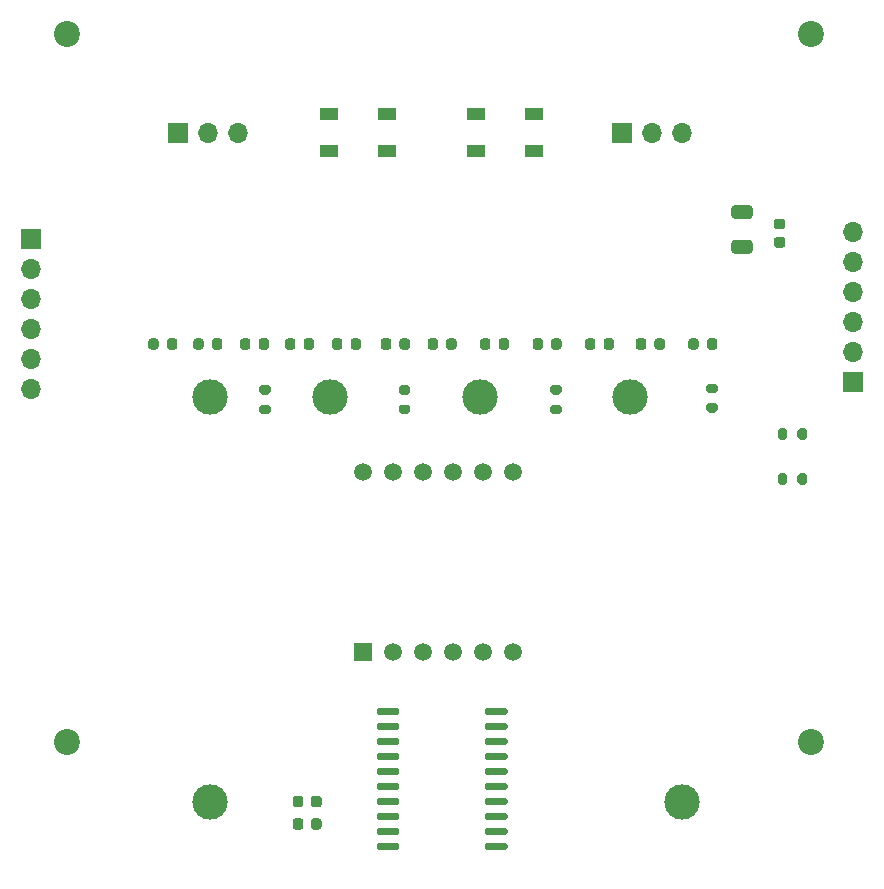
<source format=gbr>
%TF.GenerationSoftware,KiCad,Pcbnew,(5.1.7)-1*%
%TF.CreationDate,2021-04-06T19:20:52+02:00*%
%TF.ProjectId,central-panel,63656e74-7261-46c2-9d70-616e656c2e6b,rev?*%
%TF.SameCoordinates,Original*%
%TF.FileFunction,Soldermask,Top*%
%TF.FilePolarity,Negative*%
%FSLAX46Y46*%
G04 Gerber Fmt 4.6, Leading zero omitted, Abs format (unit mm)*
G04 Created by KiCad (PCBNEW (5.1.7)-1) date 2021-04-06 19:20:52*
%MOMM*%
%LPD*%
G01*
G04 APERTURE LIST*
%ADD10C,3.000000*%
%ADD11O,1.700000X1.700000*%
%ADD12R,1.700000X1.700000*%
%ADD13R,1.500000X1.000000*%
%ADD14C,2.200000*%
%ADD15C,1.500000*%
%ADD16R,1.500000X1.500000*%
G04 APERTURE END LIST*
%TO.C,C3*%
G36*
G01*
X123324999Y-91549000D02*
X124625001Y-91549000D01*
G75*
G02*
X124875000Y-91798999I0J-249999D01*
G01*
X124875000Y-92449001D01*
G75*
G02*
X124625001Y-92699000I-249999J0D01*
G01*
X123324999Y-92699000D01*
G75*
G02*
X123075000Y-92449001I0J249999D01*
G01*
X123075000Y-91798999D01*
G75*
G02*
X123324999Y-91549000I249999J0D01*
G01*
G37*
G36*
G01*
X123324999Y-88599000D02*
X124625001Y-88599000D01*
G75*
G02*
X124875000Y-88848999I0J-249999D01*
G01*
X124875000Y-89499001D01*
G75*
G02*
X124625001Y-89749000I-249999J0D01*
G01*
X123324999Y-89749000D01*
G75*
G02*
X123075000Y-89499001I0J249999D01*
G01*
X123075000Y-88848999D01*
G75*
G02*
X123324999Y-88599000I249999J0D01*
G01*
G37*
%TD*%
D10*
%TO.C,TP6*%
X118895000Y-139085000D03*
%TD*%
%TO.C,U2*%
G36*
G01*
X94925000Y-142745000D02*
X94925000Y-143045000D01*
G75*
G02*
X94775000Y-143195000I-150000J0D01*
G01*
X93175000Y-143195000D01*
G75*
G02*
X93025000Y-143045000I0J150000D01*
G01*
X93025000Y-142745000D01*
G75*
G02*
X93175000Y-142595000I150000J0D01*
G01*
X94775000Y-142595000D01*
G75*
G02*
X94925000Y-142745000I0J-150000D01*
G01*
G37*
G36*
G01*
X94925000Y-141475000D02*
X94925000Y-141775000D01*
G75*
G02*
X94775000Y-141925000I-150000J0D01*
G01*
X93175000Y-141925000D01*
G75*
G02*
X93025000Y-141775000I0J150000D01*
G01*
X93025000Y-141475000D01*
G75*
G02*
X93175000Y-141325000I150000J0D01*
G01*
X94775000Y-141325000D01*
G75*
G02*
X94925000Y-141475000I0J-150000D01*
G01*
G37*
G36*
G01*
X94925000Y-140205000D02*
X94925000Y-140505000D01*
G75*
G02*
X94775000Y-140655000I-150000J0D01*
G01*
X93175000Y-140655000D01*
G75*
G02*
X93025000Y-140505000I0J150000D01*
G01*
X93025000Y-140205000D01*
G75*
G02*
X93175000Y-140055000I150000J0D01*
G01*
X94775000Y-140055000D01*
G75*
G02*
X94925000Y-140205000I0J-150000D01*
G01*
G37*
G36*
G01*
X94925000Y-138935000D02*
X94925000Y-139235000D01*
G75*
G02*
X94775000Y-139385000I-150000J0D01*
G01*
X93175000Y-139385000D01*
G75*
G02*
X93025000Y-139235000I0J150000D01*
G01*
X93025000Y-138935000D01*
G75*
G02*
X93175000Y-138785000I150000J0D01*
G01*
X94775000Y-138785000D01*
G75*
G02*
X94925000Y-138935000I0J-150000D01*
G01*
G37*
G36*
G01*
X94925000Y-137665000D02*
X94925000Y-137965000D01*
G75*
G02*
X94775000Y-138115000I-150000J0D01*
G01*
X93175000Y-138115000D01*
G75*
G02*
X93025000Y-137965000I0J150000D01*
G01*
X93025000Y-137665000D01*
G75*
G02*
X93175000Y-137515000I150000J0D01*
G01*
X94775000Y-137515000D01*
G75*
G02*
X94925000Y-137665000I0J-150000D01*
G01*
G37*
G36*
G01*
X94925000Y-136395000D02*
X94925000Y-136695000D01*
G75*
G02*
X94775000Y-136845000I-150000J0D01*
G01*
X93175000Y-136845000D01*
G75*
G02*
X93025000Y-136695000I0J150000D01*
G01*
X93025000Y-136395000D01*
G75*
G02*
X93175000Y-136245000I150000J0D01*
G01*
X94775000Y-136245000D01*
G75*
G02*
X94925000Y-136395000I0J-150000D01*
G01*
G37*
G36*
G01*
X94925000Y-135125000D02*
X94925000Y-135425000D01*
G75*
G02*
X94775000Y-135575000I-150000J0D01*
G01*
X93175000Y-135575000D01*
G75*
G02*
X93025000Y-135425000I0J150000D01*
G01*
X93025000Y-135125000D01*
G75*
G02*
X93175000Y-134975000I150000J0D01*
G01*
X94775000Y-134975000D01*
G75*
G02*
X94925000Y-135125000I0J-150000D01*
G01*
G37*
G36*
G01*
X94925000Y-133855000D02*
X94925000Y-134155000D01*
G75*
G02*
X94775000Y-134305000I-150000J0D01*
G01*
X93175000Y-134305000D01*
G75*
G02*
X93025000Y-134155000I0J150000D01*
G01*
X93025000Y-133855000D01*
G75*
G02*
X93175000Y-133705000I150000J0D01*
G01*
X94775000Y-133705000D01*
G75*
G02*
X94925000Y-133855000I0J-150000D01*
G01*
G37*
G36*
G01*
X94925000Y-132585000D02*
X94925000Y-132885000D01*
G75*
G02*
X94775000Y-133035000I-150000J0D01*
G01*
X93175000Y-133035000D01*
G75*
G02*
X93025000Y-132885000I0J150000D01*
G01*
X93025000Y-132585000D01*
G75*
G02*
X93175000Y-132435000I150000J0D01*
G01*
X94775000Y-132435000D01*
G75*
G02*
X94925000Y-132585000I0J-150000D01*
G01*
G37*
G36*
G01*
X94925000Y-131315000D02*
X94925000Y-131615000D01*
G75*
G02*
X94775000Y-131765000I-150000J0D01*
G01*
X93175000Y-131765000D01*
G75*
G02*
X93025000Y-131615000I0J150000D01*
G01*
X93025000Y-131315000D01*
G75*
G02*
X93175000Y-131165000I150000J0D01*
G01*
X94775000Y-131165000D01*
G75*
G02*
X94925000Y-131315000I0J-150000D01*
G01*
G37*
G36*
G01*
X104125000Y-131315000D02*
X104125000Y-131615000D01*
G75*
G02*
X103975000Y-131765000I-150000J0D01*
G01*
X102375000Y-131765000D01*
G75*
G02*
X102225000Y-131615000I0J150000D01*
G01*
X102225000Y-131315000D01*
G75*
G02*
X102375000Y-131165000I150000J0D01*
G01*
X103975000Y-131165000D01*
G75*
G02*
X104125000Y-131315000I0J-150000D01*
G01*
G37*
G36*
G01*
X104125000Y-132585000D02*
X104125000Y-132885000D01*
G75*
G02*
X103975000Y-133035000I-150000J0D01*
G01*
X102375000Y-133035000D01*
G75*
G02*
X102225000Y-132885000I0J150000D01*
G01*
X102225000Y-132585000D01*
G75*
G02*
X102375000Y-132435000I150000J0D01*
G01*
X103975000Y-132435000D01*
G75*
G02*
X104125000Y-132585000I0J-150000D01*
G01*
G37*
G36*
G01*
X104125000Y-133855000D02*
X104125000Y-134155000D01*
G75*
G02*
X103975000Y-134305000I-150000J0D01*
G01*
X102375000Y-134305000D01*
G75*
G02*
X102225000Y-134155000I0J150000D01*
G01*
X102225000Y-133855000D01*
G75*
G02*
X102375000Y-133705000I150000J0D01*
G01*
X103975000Y-133705000D01*
G75*
G02*
X104125000Y-133855000I0J-150000D01*
G01*
G37*
G36*
G01*
X104125000Y-135125000D02*
X104125000Y-135425000D01*
G75*
G02*
X103975000Y-135575000I-150000J0D01*
G01*
X102375000Y-135575000D01*
G75*
G02*
X102225000Y-135425000I0J150000D01*
G01*
X102225000Y-135125000D01*
G75*
G02*
X102375000Y-134975000I150000J0D01*
G01*
X103975000Y-134975000D01*
G75*
G02*
X104125000Y-135125000I0J-150000D01*
G01*
G37*
G36*
G01*
X104125000Y-136395000D02*
X104125000Y-136695000D01*
G75*
G02*
X103975000Y-136845000I-150000J0D01*
G01*
X102375000Y-136845000D01*
G75*
G02*
X102225000Y-136695000I0J150000D01*
G01*
X102225000Y-136395000D01*
G75*
G02*
X102375000Y-136245000I150000J0D01*
G01*
X103975000Y-136245000D01*
G75*
G02*
X104125000Y-136395000I0J-150000D01*
G01*
G37*
G36*
G01*
X104125000Y-137665000D02*
X104125000Y-137965000D01*
G75*
G02*
X103975000Y-138115000I-150000J0D01*
G01*
X102375000Y-138115000D01*
G75*
G02*
X102225000Y-137965000I0J150000D01*
G01*
X102225000Y-137665000D01*
G75*
G02*
X102375000Y-137515000I150000J0D01*
G01*
X103975000Y-137515000D01*
G75*
G02*
X104125000Y-137665000I0J-150000D01*
G01*
G37*
G36*
G01*
X104125000Y-138935000D02*
X104125000Y-139235000D01*
G75*
G02*
X103975000Y-139385000I-150000J0D01*
G01*
X102375000Y-139385000D01*
G75*
G02*
X102225000Y-139235000I0J150000D01*
G01*
X102225000Y-138935000D01*
G75*
G02*
X102375000Y-138785000I150000J0D01*
G01*
X103975000Y-138785000D01*
G75*
G02*
X104125000Y-138935000I0J-150000D01*
G01*
G37*
G36*
G01*
X104125000Y-140205000D02*
X104125000Y-140505000D01*
G75*
G02*
X103975000Y-140655000I-150000J0D01*
G01*
X102375000Y-140655000D01*
G75*
G02*
X102225000Y-140505000I0J150000D01*
G01*
X102225000Y-140205000D01*
G75*
G02*
X102375000Y-140055000I150000J0D01*
G01*
X103975000Y-140055000D01*
G75*
G02*
X104125000Y-140205000I0J-150000D01*
G01*
G37*
G36*
G01*
X104125000Y-141475000D02*
X104125000Y-141775000D01*
G75*
G02*
X103975000Y-141925000I-150000J0D01*
G01*
X102375000Y-141925000D01*
G75*
G02*
X102225000Y-141775000I0J150000D01*
G01*
X102225000Y-141475000D01*
G75*
G02*
X102375000Y-141325000I150000J0D01*
G01*
X103975000Y-141325000D01*
G75*
G02*
X104125000Y-141475000I0J-150000D01*
G01*
G37*
G36*
G01*
X104125000Y-142745000D02*
X104125000Y-143045000D01*
G75*
G02*
X103975000Y-143195000I-150000J0D01*
G01*
X102375000Y-143195000D01*
G75*
G02*
X102225000Y-143045000I0J150000D01*
G01*
X102225000Y-142745000D01*
G75*
G02*
X102375000Y-142595000I150000J0D01*
G01*
X103975000Y-142595000D01*
G75*
G02*
X104125000Y-142745000I0J-150000D01*
G01*
G37*
%TD*%
%TO.C,R6*%
G36*
G01*
X128655000Y-112055000D02*
X128655000Y-111505000D01*
G75*
G02*
X128855000Y-111305000I200000J0D01*
G01*
X129255000Y-111305000D01*
G75*
G02*
X129455000Y-111505000I0J-200000D01*
G01*
X129455000Y-112055000D01*
G75*
G02*
X129255000Y-112255000I-200000J0D01*
G01*
X128855000Y-112255000D01*
G75*
G02*
X128655000Y-112055000I0J200000D01*
G01*
G37*
G36*
G01*
X127005000Y-112055000D02*
X127005000Y-111505000D01*
G75*
G02*
X127205000Y-111305000I200000J0D01*
G01*
X127605000Y-111305000D01*
G75*
G02*
X127805000Y-111505000I0J-200000D01*
G01*
X127805000Y-112055000D01*
G75*
G02*
X127605000Y-112255000I-200000J0D01*
G01*
X127205000Y-112255000D01*
G75*
G02*
X127005000Y-112055000I0J200000D01*
G01*
G37*
%TD*%
%TO.C,R5*%
G36*
G01*
X128655000Y-108245000D02*
X128655000Y-107695000D01*
G75*
G02*
X128855000Y-107495000I200000J0D01*
G01*
X129255000Y-107495000D01*
G75*
G02*
X129455000Y-107695000I0J-200000D01*
G01*
X129455000Y-108245000D01*
G75*
G02*
X129255000Y-108445000I-200000J0D01*
G01*
X128855000Y-108445000D01*
G75*
G02*
X128655000Y-108245000I0J200000D01*
G01*
G37*
G36*
G01*
X127005000Y-108245000D02*
X127005000Y-107695000D01*
G75*
G02*
X127205000Y-107495000I200000J0D01*
G01*
X127605000Y-107495000D01*
G75*
G02*
X127805000Y-107695000I0J-200000D01*
G01*
X127805000Y-108245000D01*
G75*
G02*
X127605000Y-108445000I-200000J0D01*
G01*
X127205000Y-108445000D01*
G75*
G02*
X127005000Y-108245000I0J200000D01*
G01*
G37*
%TD*%
D11*
%TO.C,J4*%
X133373000Y-90825000D03*
X133373000Y-93365000D03*
X133373000Y-95905000D03*
X133373000Y-98445000D03*
X133373000Y-100985000D03*
D12*
X133373000Y-103525000D03*
%TD*%
%TO.C,C4*%
G36*
G01*
X126900000Y-91290000D02*
X127400000Y-91290000D01*
G75*
G02*
X127625000Y-91515000I0J-225000D01*
G01*
X127625000Y-91965000D01*
G75*
G02*
X127400000Y-92190000I-225000J0D01*
G01*
X126900000Y-92190000D01*
G75*
G02*
X126675000Y-91965000I0J225000D01*
G01*
X126675000Y-91515000D01*
G75*
G02*
X126900000Y-91290000I225000J0D01*
G01*
G37*
G36*
G01*
X126900000Y-89740000D02*
X127400000Y-89740000D01*
G75*
G02*
X127625000Y-89965000I0J-225000D01*
G01*
X127625000Y-90415000D01*
G75*
G02*
X127400000Y-90640000I-225000J0D01*
G01*
X126900000Y-90640000D01*
G75*
G02*
X126675000Y-90415000I0J225000D01*
G01*
X126675000Y-89965000D01*
G75*
G02*
X126900000Y-89740000I225000J0D01*
G01*
G37*
%TD*%
%TO.C,C2*%
G36*
G01*
X86820000Y-138835000D02*
X86820000Y-139335000D01*
G75*
G02*
X86595000Y-139560000I-225000J0D01*
G01*
X86145000Y-139560000D01*
G75*
G02*
X85920000Y-139335000I0J225000D01*
G01*
X85920000Y-138835000D01*
G75*
G02*
X86145000Y-138610000I225000J0D01*
G01*
X86595000Y-138610000D01*
G75*
G02*
X86820000Y-138835000I0J-225000D01*
G01*
G37*
G36*
G01*
X88370000Y-138835000D02*
X88370000Y-139335000D01*
G75*
G02*
X88145000Y-139560000I-225000J0D01*
G01*
X87695000Y-139560000D01*
G75*
G02*
X87470000Y-139335000I0J225000D01*
G01*
X87470000Y-138835000D01*
G75*
G02*
X87695000Y-138610000I225000J0D01*
G01*
X88145000Y-138610000D01*
G75*
G02*
X88370000Y-138835000I0J-225000D01*
G01*
G37*
%TD*%
%TO.C,C1*%
G36*
G01*
X86820000Y-140740000D02*
X86820000Y-141240000D01*
G75*
G02*
X86595000Y-141465000I-225000J0D01*
G01*
X86145000Y-141465000D01*
G75*
G02*
X85920000Y-141240000I0J225000D01*
G01*
X85920000Y-140740000D01*
G75*
G02*
X86145000Y-140515000I225000J0D01*
G01*
X86595000Y-140515000D01*
G75*
G02*
X86820000Y-140740000I0J-225000D01*
G01*
G37*
G36*
G01*
X88370000Y-140740000D02*
X88370000Y-141240000D01*
G75*
G02*
X88145000Y-141465000I-225000J0D01*
G01*
X87695000Y-141465000D01*
G75*
G02*
X87470000Y-141240000I0J225000D01*
G01*
X87470000Y-140740000D01*
G75*
G02*
X87695000Y-140515000I225000J0D01*
G01*
X88145000Y-140515000D01*
G75*
G02*
X88370000Y-140740000I0J-225000D01*
G01*
G37*
%TD*%
D10*
%TO.C,TP5*%
X78890000Y-139085000D03*
%TD*%
%TO.C,TP4*%
X114450000Y-104795000D03*
%TD*%
%TO.C,TP3*%
X101750000Y-104795000D03*
%TD*%
%TO.C,TP2*%
X89050000Y-104795000D03*
%TD*%
%TO.C,TP1*%
X78890000Y-104795000D03*
%TD*%
D11*
%TO.C,J1*%
X63777000Y-104160000D03*
X63777000Y-101620000D03*
X63777000Y-99080000D03*
X63777000Y-96540000D03*
X63777000Y-94000000D03*
D12*
X63777000Y-91460000D03*
%TD*%
D13*
%TO.C,D14*%
X101459000Y-80843000D03*
X101459000Y-84043000D03*
X106359000Y-80843000D03*
X106359000Y-84043000D03*
%TD*%
%TO.C,D13*%
X89013000Y-80843000D03*
X89013000Y-84043000D03*
X93913000Y-80843000D03*
X93913000Y-84043000D03*
%TD*%
D14*
%TO.C,H4*%
X66825000Y-134005000D03*
%TD*%
%TO.C,H3*%
X129817000Y-74061000D03*
%TD*%
%TO.C,H2*%
X129817000Y-134005000D03*
%TD*%
%TO.C,H1*%
X66825000Y-74061000D03*
%TD*%
D15*
%TO.C,U1*%
X91844000Y-111145000D03*
X94384000Y-111145000D03*
X96924000Y-111145000D03*
X99464000Y-111145000D03*
X102004000Y-111145000D03*
X104544000Y-111145000D03*
X104544000Y-126385000D03*
X102004000Y-126385000D03*
X99464000Y-126385000D03*
X96924000Y-126385000D03*
X94384000Y-126385000D03*
D16*
X91844000Y-126385000D03*
%TD*%
D12*
%TO.C,SW2*%
X113815000Y-82443000D03*
D11*
X116355000Y-82443000D03*
X118895000Y-82443000D03*
%TD*%
D12*
%TO.C,SW1*%
X76223000Y-82443000D03*
D11*
X78763000Y-82443000D03*
X81303000Y-82443000D03*
%TD*%
%TO.C,R4*%
G36*
G01*
X83314000Y-105474000D02*
X83864000Y-105474000D01*
G75*
G02*
X84064000Y-105674000I0J-200000D01*
G01*
X84064000Y-106074000D01*
G75*
G02*
X83864000Y-106274000I-200000J0D01*
G01*
X83314000Y-106274000D01*
G75*
G02*
X83114000Y-106074000I0J200000D01*
G01*
X83114000Y-105674000D01*
G75*
G02*
X83314000Y-105474000I200000J0D01*
G01*
G37*
G36*
G01*
X83314000Y-103824000D02*
X83864000Y-103824000D01*
G75*
G02*
X84064000Y-104024000I0J-200000D01*
G01*
X84064000Y-104424000D01*
G75*
G02*
X83864000Y-104624000I-200000J0D01*
G01*
X83314000Y-104624000D01*
G75*
G02*
X83114000Y-104424000I0J200000D01*
G01*
X83114000Y-104024000D01*
G75*
G02*
X83314000Y-103824000I200000J0D01*
G01*
G37*
%TD*%
%TO.C,R3*%
G36*
G01*
X121160000Y-105347000D02*
X121710000Y-105347000D01*
G75*
G02*
X121910000Y-105547000I0J-200000D01*
G01*
X121910000Y-105947000D01*
G75*
G02*
X121710000Y-106147000I-200000J0D01*
G01*
X121160000Y-106147000D01*
G75*
G02*
X120960000Y-105947000I0J200000D01*
G01*
X120960000Y-105547000D01*
G75*
G02*
X121160000Y-105347000I200000J0D01*
G01*
G37*
G36*
G01*
X121160000Y-103697000D02*
X121710000Y-103697000D01*
G75*
G02*
X121910000Y-103897000I0J-200000D01*
G01*
X121910000Y-104297000D01*
G75*
G02*
X121710000Y-104497000I-200000J0D01*
G01*
X121160000Y-104497000D01*
G75*
G02*
X120960000Y-104297000I0J200000D01*
G01*
X120960000Y-103897000D01*
G75*
G02*
X121160000Y-103697000I200000J0D01*
G01*
G37*
%TD*%
%TO.C,R2*%
G36*
G01*
X107952000Y-105474000D02*
X108502000Y-105474000D01*
G75*
G02*
X108702000Y-105674000I0J-200000D01*
G01*
X108702000Y-106074000D01*
G75*
G02*
X108502000Y-106274000I-200000J0D01*
G01*
X107952000Y-106274000D01*
G75*
G02*
X107752000Y-106074000I0J200000D01*
G01*
X107752000Y-105674000D01*
G75*
G02*
X107952000Y-105474000I200000J0D01*
G01*
G37*
G36*
G01*
X107952000Y-103824000D02*
X108502000Y-103824000D01*
G75*
G02*
X108702000Y-104024000I0J-200000D01*
G01*
X108702000Y-104424000D01*
G75*
G02*
X108502000Y-104624000I-200000J0D01*
G01*
X107952000Y-104624000D01*
G75*
G02*
X107752000Y-104424000I0J200000D01*
G01*
X107752000Y-104024000D01*
G75*
G02*
X107952000Y-103824000I200000J0D01*
G01*
G37*
%TD*%
%TO.C,R1*%
G36*
G01*
X95125000Y-105474000D02*
X95675000Y-105474000D01*
G75*
G02*
X95875000Y-105674000I0J-200000D01*
G01*
X95875000Y-106074000D01*
G75*
G02*
X95675000Y-106274000I-200000J0D01*
G01*
X95125000Y-106274000D01*
G75*
G02*
X94925000Y-106074000I0J200000D01*
G01*
X94925000Y-105674000D01*
G75*
G02*
X95125000Y-105474000I200000J0D01*
G01*
G37*
G36*
G01*
X95125000Y-103824000D02*
X95675000Y-103824000D01*
G75*
G02*
X95875000Y-104024000I0J-200000D01*
G01*
X95875000Y-104424000D01*
G75*
G02*
X95675000Y-104624000I-200000J0D01*
G01*
X95125000Y-104624000D01*
G75*
G02*
X94925000Y-104424000I0J200000D01*
G01*
X94925000Y-104024000D01*
G75*
G02*
X95125000Y-103824000I200000J0D01*
G01*
G37*
%TD*%
%TO.C,D12*%
G36*
G01*
X120997500Y-100606250D02*
X120997500Y-100093750D01*
G75*
G02*
X121216250Y-99875000I218750J0D01*
G01*
X121653750Y-99875000D01*
G75*
G02*
X121872500Y-100093750I0J-218750D01*
G01*
X121872500Y-100606250D01*
G75*
G02*
X121653750Y-100825000I-218750J0D01*
G01*
X121216250Y-100825000D01*
G75*
G02*
X120997500Y-100606250I0J218750D01*
G01*
G37*
G36*
G01*
X119422500Y-100606250D02*
X119422500Y-100093750D01*
G75*
G02*
X119641250Y-99875000I218750J0D01*
G01*
X120078750Y-99875000D01*
G75*
G02*
X120297500Y-100093750I0J-218750D01*
G01*
X120297500Y-100606250D01*
G75*
G02*
X120078750Y-100825000I-218750J0D01*
G01*
X119641250Y-100825000D01*
G75*
G02*
X119422500Y-100606250I0J218750D01*
G01*
G37*
%TD*%
%TO.C,D11*%
G36*
G01*
X116552500Y-100606250D02*
X116552500Y-100093750D01*
G75*
G02*
X116771250Y-99875000I218750J0D01*
G01*
X117208750Y-99875000D01*
G75*
G02*
X117427500Y-100093750I0J-218750D01*
G01*
X117427500Y-100606250D01*
G75*
G02*
X117208750Y-100825000I-218750J0D01*
G01*
X116771250Y-100825000D01*
G75*
G02*
X116552500Y-100606250I0J218750D01*
G01*
G37*
G36*
G01*
X114977500Y-100606250D02*
X114977500Y-100093750D01*
G75*
G02*
X115196250Y-99875000I218750J0D01*
G01*
X115633750Y-99875000D01*
G75*
G02*
X115852500Y-100093750I0J-218750D01*
G01*
X115852500Y-100606250D01*
G75*
G02*
X115633750Y-100825000I-218750J0D01*
G01*
X115196250Y-100825000D01*
G75*
G02*
X114977500Y-100606250I0J218750D01*
G01*
G37*
%TD*%
%TO.C,D10*%
G36*
G01*
X112260000Y-100606250D02*
X112260000Y-100093750D01*
G75*
G02*
X112478750Y-99875000I218750J0D01*
G01*
X112916250Y-99875000D01*
G75*
G02*
X113135000Y-100093750I0J-218750D01*
G01*
X113135000Y-100606250D01*
G75*
G02*
X112916250Y-100825000I-218750J0D01*
G01*
X112478750Y-100825000D01*
G75*
G02*
X112260000Y-100606250I0J218750D01*
G01*
G37*
G36*
G01*
X110685000Y-100606250D02*
X110685000Y-100093750D01*
G75*
G02*
X110903750Y-99875000I218750J0D01*
G01*
X111341250Y-99875000D01*
G75*
G02*
X111560000Y-100093750I0J-218750D01*
G01*
X111560000Y-100606250D01*
G75*
G02*
X111341250Y-100825000I-218750J0D01*
G01*
X110903750Y-100825000D01*
G75*
G02*
X110685000Y-100606250I0J218750D01*
G01*
G37*
%TD*%
%TO.C,D9*%
G36*
G01*
X107815000Y-100606250D02*
X107815000Y-100093750D01*
G75*
G02*
X108033750Y-99875000I218750J0D01*
G01*
X108471250Y-99875000D01*
G75*
G02*
X108690000Y-100093750I0J-218750D01*
G01*
X108690000Y-100606250D01*
G75*
G02*
X108471250Y-100825000I-218750J0D01*
G01*
X108033750Y-100825000D01*
G75*
G02*
X107815000Y-100606250I0J218750D01*
G01*
G37*
G36*
G01*
X106240000Y-100606250D02*
X106240000Y-100093750D01*
G75*
G02*
X106458750Y-99875000I218750J0D01*
G01*
X106896250Y-99875000D01*
G75*
G02*
X107115000Y-100093750I0J-218750D01*
G01*
X107115000Y-100606250D01*
G75*
G02*
X106896250Y-100825000I-218750J0D01*
G01*
X106458750Y-100825000D01*
G75*
G02*
X106240000Y-100606250I0J218750D01*
G01*
G37*
%TD*%
%TO.C,D8*%
G36*
G01*
X103370000Y-100606250D02*
X103370000Y-100093750D01*
G75*
G02*
X103588750Y-99875000I218750J0D01*
G01*
X104026250Y-99875000D01*
G75*
G02*
X104245000Y-100093750I0J-218750D01*
G01*
X104245000Y-100606250D01*
G75*
G02*
X104026250Y-100825000I-218750J0D01*
G01*
X103588750Y-100825000D01*
G75*
G02*
X103370000Y-100606250I0J218750D01*
G01*
G37*
G36*
G01*
X101795000Y-100606250D02*
X101795000Y-100093750D01*
G75*
G02*
X102013750Y-99875000I218750J0D01*
G01*
X102451250Y-99875000D01*
G75*
G02*
X102670000Y-100093750I0J-218750D01*
G01*
X102670000Y-100606250D01*
G75*
G02*
X102451250Y-100825000I-218750J0D01*
G01*
X102013750Y-100825000D01*
G75*
G02*
X101795000Y-100606250I0J218750D01*
G01*
G37*
%TD*%
%TO.C,D7*%
G36*
G01*
X98925000Y-100606250D02*
X98925000Y-100093750D01*
G75*
G02*
X99143750Y-99875000I218750J0D01*
G01*
X99581250Y-99875000D01*
G75*
G02*
X99800000Y-100093750I0J-218750D01*
G01*
X99800000Y-100606250D01*
G75*
G02*
X99581250Y-100825000I-218750J0D01*
G01*
X99143750Y-100825000D01*
G75*
G02*
X98925000Y-100606250I0J218750D01*
G01*
G37*
G36*
G01*
X97350000Y-100606250D02*
X97350000Y-100093750D01*
G75*
G02*
X97568750Y-99875000I218750J0D01*
G01*
X98006250Y-99875000D01*
G75*
G02*
X98225000Y-100093750I0J-218750D01*
G01*
X98225000Y-100606250D01*
G75*
G02*
X98006250Y-100825000I-218750J0D01*
G01*
X97568750Y-100825000D01*
G75*
G02*
X97350000Y-100606250I0J218750D01*
G01*
G37*
%TD*%
%TO.C,D6*%
G36*
G01*
X94962500Y-100606250D02*
X94962500Y-100093750D01*
G75*
G02*
X95181250Y-99875000I218750J0D01*
G01*
X95618750Y-99875000D01*
G75*
G02*
X95837500Y-100093750I0J-218750D01*
G01*
X95837500Y-100606250D01*
G75*
G02*
X95618750Y-100825000I-218750J0D01*
G01*
X95181250Y-100825000D01*
G75*
G02*
X94962500Y-100606250I0J218750D01*
G01*
G37*
G36*
G01*
X93387500Y-100606250D02*
X93387500Y-100093750D01*
G75*
G02*
X93606250Y-99875000I218750J0D01*
G01*
X94043750Y-99875000D01*
G75*
G02*
X94262500Y-100093750I0J-218750D01*
G01*
X94262500Y-100606250D01*
G75*
G02*
X94043750Y-100825000I-218750J0D01*
G01*
X93606250Y-100825000D01*
G75*
G02*
X93387500Y-100606250I0J218750D01*
G01*
G37*
%TD*%
%TO.C,D5*%
G36*
G01*
X90822500Y-100606250D02*
X90822500Y-100093750D01*
G75*
G02*
X91041250Y-99875000I218750J0D01*
G01*
X91478750Y-99875000D01*
G75*
G02*
X91697500Y-100093750I0J-218750D01*
G01*
X91697500Y-100606250D01*
G75*
G02*
X91478750Y-100825000I-218750J0D01*
G01*
X91041250Y-100825000D01*
G75*
G02*
X90822500Y-100606250I0J218750D01*
G01*
G37*
G36*
G01*
X89247500Y-100606250D02*
X89247500Y-100093750D01*
G75*
G02*
X89466250Y-99875000I218750J0D01*
G01*
X89903750Y-99875000D01*
G75*
G02*
X90122500Y-100093750I0J-218750D01*
G01*
X90122500Y-100606250D01*
G75*
G02*
X89903750Y-100825000I-218750J0D01*
G01*
X89466250Y-100825000D01*
G75*
G02*
X89247500Y-100606250I0J218750D01*
G01*
G37*
%TD*%
%TO.C,D4*%
G36*
G01*
X86860000Y-100606250D02*
X86860000Y-100093750D01*
G75*
G02*
X87078750Y-99875000I218750J0D01*
G01*
X87516250Y-99875000D01*
G75*
G02*
X87735000Y-100093750I0J-218750D01*
G01*
X87735000Y-100606250D01*
G75*
G02*
X87516250Y-100825000I-218750J0D01*
G01*
X87078750Y-100825000D01*
G75*
G02*
X86860000Y-100606250I0J218750D01*
G01*
G37*
G36*
G01*
X85285000Y-100606250D02*
X85285000Y-100093750D01*
G75*
G02*
X85503750Y-99875000I218750J0D01*
G01*
X85941250Y-99875000D01*
G75*
G02*
X86160000Y-100093750I0J-218750D01*
G01*
X86160000Y-100606250D01*
G75*
G02*
X85941250Y-100825000I-218750J0D01*
G01*
X85503750Y-100825000D01*
G75*
G02*
X85285000Y-100606250I0J218750D01*
G01*
G37*
%TD*%
%TO.C,D3*%
G36*
G01*
X83050000Y-100606250D02*
X83050000Y-100093750D01*
G75*
G02*
X83268750Y-99875000I218750J0D01*
G01*
X83706250Y-99875000D01*
G75*
G02*
X83925000Y-100093750I0J-218750D01*
G01*
X83925000Y-100606250D01*
G75*
G02*
X83706250Y-100825000I-218750J0D01*
G01*
X83268750Y-100825000D01*
G75*
G02*
X83050000Y-100606250I0J218750D01*
G01*
G37*
G36*
G01*
X81475000Y-100606250D02*
X81475000Y-100093750D01*
G75*
G02*
X81693750Y-99875000I218750J0D01*
G01*
X82131250Y-99875000D01*
G75*
G02*
X82350000Y-100093750I0J-218750D01*
G01*
X82350000Y-100606250D01*
G75*
G02*
X82131250Y-100825000I-218750J0D01*
G01*
X81693750Y-100825000D01*
G75*
G02*
X81475000Y-100606250I0J218750D01*
G01*
G37*
%TD*%
%TO.C,D2*%
G36*
G01*
X79087500Y-100606250D02*
X79087500Y-100093750D01*
G75*
G02*
X79306250Y-99875000I218750J0D01*
G01*
X79743750Y-99875000D01*
G75*
G02*
X79962500Y-100093750I0J-218750D01*
G01*
X79962500Y-100606250D01*
G75*
G02*
X79743750Y-100825000I-218750J0D01*
G01*
X79306250Y-100825000D01*
G75*
G02*
X79087500Y-100606250I0J218750D01*
G01*
G37*
G36*
G01*
X77512500Y-100606250D02*
X77512500Y-100093750D01*
G75*
G02*
X77731250Y-99875000I218750J0D01*
G01*
X78168750Y-99875000D01*
G75*
G02*
X78387500Y-100093750I0J-218750D01*
G01*
X78387500Y-100606250D01*
G75*
G02*
X78168750Y-100825000I-218750J0D01*
G01*
X77731250Y-100825000D01*
G75*
G02*
X77512500Y-100606250I0J218750D01*
G01*
G37*
%TD*%
%TO.C,D1*%
G36*
G01*
X75277500Y-100606250D02*
X75277500Y-100093750D01*
G75*
G02*
X75496250Y-99875000I218750J0D01*
G01*
X75933750Y-99875000D01*
G75*
G02*
X76152500Y-100093750I0J-218750D01*
G01*
X76152500Y-100606250D01*
G75*
G02*
X75933750Y-100825000I-218750J0D01*
G01*
X75496250Y-100825000D01*
G75*
G02*
X75277500Y-100606250I0J218750D01*
G01*
G37*
G36*
G01*
X73702500Y-100606250D02*
X73702500Y-100093750D01*
G75*
G02*
X73921250Y-99875000I218750J0D01*
G01*
X74358750Y-99875000D01*
G75*
G02*
X74577500Y-100093750I0J-218750D01*
G01*
X74577500Y-100606250D01*
G75*
G02*
X74358750Y-100825000I-218750J0D01*
G01*
X73921250Y-100825000D01*
G75*
G02*
X73702500Y-100606250I0J218750D01*
G01*
G37*
%TD*%
M02*

</source>
